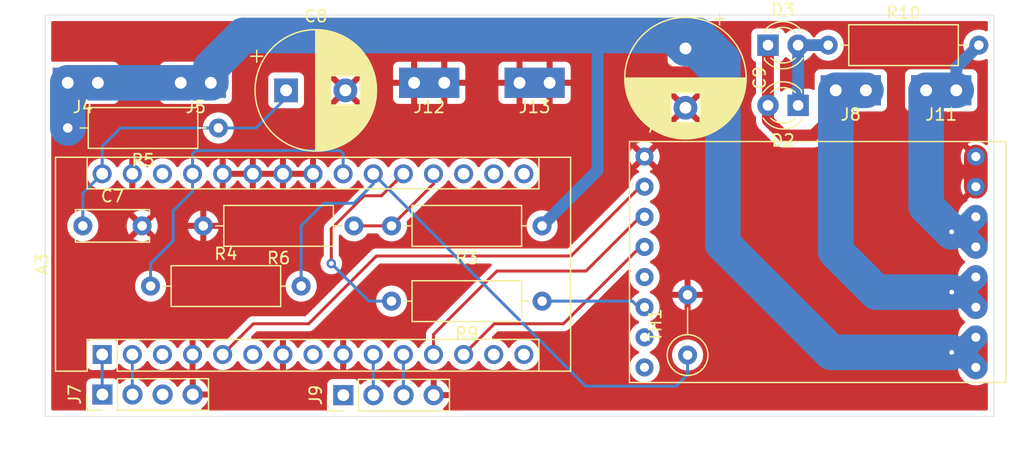
<source format=kicad_pcb>
(kicad_pcb (version 20211014) (generator pcbnew)
  (layers (0 "F.Cu" signal) (31 "B.Cu" signal) (34 "B.Paste" user) (35 "F.Paste" user) (36 "B.SilkS" user "B.Silkscreen") (37 "F.SilkS" user "F.Silkscreen") (38 "B.Mask" user) (39 "F.Mask" user) (44 "Edge.Cuts" user))
  (net 0 "")
  (net 1 "GND")
  (net 2 "Net-(A3-Pad2)")
  (net 3 "Net-(A3-Pad1)")
  (net 4 "+12V")
  (net 5 "Net-(A3-Pad16)")
  (net 6 "Net-(A3-Pad15)")
  (net 7 "Net-(A3-Pad30)")
  (net 8 "Net-(A3-Pad14)")
  (net 9 "~{SLP}")
  (net 10 "Net-(A3-Pad28)")
  (net 11 "PWM")
  (net 12 "Net-(A3-Pad27)")
  (net 13 "Net-(A3-Pad11)")
  (net 14 "Net-(A3-Pad10)")
  (net 15 "Net-(A3-Pad8)")
  (net 16 "Net-(A3-Pad6)")
  (net 17 "Net-(A3-Pad21)")
  (net 18 "DIR")
  (net 19 "Net-(A3-Pad20)")
  (net 20 "Net-(A3-Pad19)")
  (net 21 "Net-(A3-Pad3)")
  (net 22 "Net-(A3-Pad18)")
  (net 23 "Net-(A3-Pad17)")
  (net 24 "/MOTORA")
  (net 25 "/MOTORB")
  (net 26 "Net-(A4-Pad13)")
  (net 27 "Net-(A4-Pad14)")
  (net 28 "Net-(A4-Pad15)")
  (net 29 "Net-(A4-Pad16)")
  (net 30 "Net-(J7-Pad3)")
  (net 31 "Net-(J9-Pad1)")
  (net 32 "Net-(D2-Pad1)")
  (footprint "Module:Arduino_Nano" (layer "F.Cu") (at 108.95 123.88 90)
    (fp_text reference "A3" (at 7.62 -5.08 90) (layer "F.SilkS"))
    (fp_text value "Arduino_Nano")
    (pad "1" thru_hole rect locked (at 0 0 90) (size 1.6 1.6) (drill 1) (layers *.Cu *.Mask) (net 3 "Net-(A3-Pad1)"))
    (pad "2" thru_hole oval locked (at 0 2.54 90) (size 1.6 1.6) (drill 1) (layers *.Cu *.Mask) (net 2 "Net-(A3-Pad2)"))
    (pad "3" thru_hole oval locked (at 0 5.08 90) (size 1.6 1.6) (drill 1) (layers *.Cu *.Mask) (net 21 "Net-(A3-Pad3)"))
    (pad "4" thru_hole oval locked (at 0 7.62 90) (size 1.6 1.6) (drill 1) (layers *.Cu *.Mask) (net 1 "GND"))
    (pad "5" thru_hole oval locked (at 0 10.16 90) (size 1.6 1.6) (drill 1) (layers *.Cu *.Mask) (net 18 "DIR"))
    (pad "6" thru_hole oval locked (at 0 12.7 90) (size 1.6 1.6) (drill 1) (layers *.Cu *.Mask) (net 16 "Net-(A3-Pad6)"))
    (pad "7" thru_hole oval locked (at 0 15.24 90) (size 1.6 1.6) (drill 1) (layers *.Cu *.Mask) (net 1 "GND"))
    (pad "8" thru_hole oval locked (at 0 17.78 90) (size 1.6 1.6) (drill 1) (layers *.Cu *.Mask) (net 15 "Net-(A3-Pad8)"))
    (pad "9" thru_hole oval locked (at 0 20.32 90) (size 1.6 1.6) (drill 1) (layers *.Cu *.Mask) (net 1 "GND"))
    (pad "10" thru_hole oval locked (at 0 22.86 90) (size 1.6 1.6) (drill 1) (layers *.Cu *.Mask) (net 14 "Net-(A3-Pad10)"))
    (pad "11" thru_hole oval locked (at 0 25.4 90) (size 1.6 1.6) (drill 1) (layers *.Cu *.Mask) (net 13 "Net-(A3-Pad11)"))
    (pad "12" thru_hole oval locked (at 0 27.94 90) (size 1.6 1.6) (drill 1) (layers *.Cu *.Mask) (net 11 "PWM"))
    (pad "13" thru_hole oval locked (at 0 30.48 90) (size 1.6 1.6) (drill 1) (layers *.Cu *.Mask) (net 9 "~{SLP}"))
    (pad "14" thru_hole oval locked (at 0 33.02 90) (size 1.6 1.6) (drill 1) (layers *.Cu *.Mask) (net 8 "Net-(A3-Pad14)"))
    (pad "15" thru_hole oval locked (at 0 35.56 90) (size 1.6 1.6) (drill 1) (layers *.Cu *.Mask) (net 6 "Net-(A3-Pad15)"))
    (pad "16" thru_hole oval locked (at 15.24 35.56 90) (size 1.6 1.6) (drill 1) (layers *.Cu *.Mask) (net 5 "Net-(A3-Pad16)"))
    (pad "17" thru_hole oval locked (at 15.24 33.02 90) (size 1.6 1.6) (drill 1) (layers *.Cu *.Mask) (net 23 "Net-(A3-Pad17)"))
    (pad "18" thru_hole oval locked (at 15.24 30.48 90) (size 1.6 1.6) (drill 1) (layers *.Cu *.Mask) (net 22 "Net-(A3-Pad18)"))
    (pad "19" thru_hole oval locked (at 15.24 27.94 90) (size 1.6 1.6) (drill 1) (layers *.Cu *.Mask) (net 20 "Net-(A3-Pad19)"))
    (pad "20" thru_hole oval locked (at 15.24 25.4 90) (size 1.6 1.6) (drill 1) (layers *.Cu *.Mask) (net 19 "Net-(A3-Pad20)"))
    (pad "21" thru_hole oval locked (at 15.24 22.86 90) (size 1.6 1.6) (drill 1) (layers *.Cu *.Mask) (net 17 "Net-(A3-Pad21)"))
    (pad "22" thru_hole oval (at 15.24 20.32 90) (size 1.6 1.6) (drill 1) (layers *.Cu *.Mask) (net 12 "Net-(A3-Pad27)"))
    (pad "23" thru_hole oval locked (at 15.24 17.78 90) (size 1.6 1.6) (drill 1) (layers *.Cu *.Mask) (net 1 "GND"))
    (pad "24" thru_hole oval locked (at 15.24 15.24 90) (size 1.6 1.6) (drill 1) (layers *.Cu *.Mask) (net 1 "GND"))
    (pad "25" thru_hole oval locked (at 15.24 12.7 90) (size 1.6 1.6) (drill 1) (layers *.Cu *.Mask) (net 1 "GND"))
    (pad "26" thru_hole oval locked (at 15.24 10.16 90) (size 1.6 1.6) (drill 1) (layers *.Cu *.Mask) (net 1 "GND"))
    (pad "27" thru_hole oval locked (at 15.24 7.62 90) (size 1.6 1.6) (drill 1) (layers *.Cu *.Mask) (net 12 "Net-(A3-Pad27)"))
    (pad "28" thru_hole oval locked (at 15.24 5.08 90) (size 1.6 1.6) (drill 1) (layers *.Cu *.Mask) (net 10 "Net-(A3-Pad28)"))
    (pad "29" thru_hole oval locked (at 15.24 2.54 90) (size 1.6 1.6) (drill 1) (layers *.Cu *.Mask) (net 1 "GND"))
    (pad "30" thru_hole oval locked (at 15.24 0 90) (size 1.6 1.6) (drill 1) (layers *.Cu *.Mask) (net 7 "Net-(A3-Pad30)"))
  )
  (footprint "pypilot:Pololu#2991" (layer "F.Cu") (at 168.656 116.078)
    (fp_text reference "A4" (at -12.7 -11.43) (layer "F.SilkS"))
    (fp_text value "pololu#2991")
    (pad "1" thru_hole circle locked (at 13.97 8.89) (size 1.524 1.524) (drill 0.762) (layers *.Cu *.Mask) (net 4 "+12V"))
    (pad "2" thru_hole circle locked (at 13.97 6.35) (size 1.524 1.524) (drill 0.762) (layers *.Cu *.Mask) (net 4 "+12V"))
    (pad "3" thru_hole circle locked (at 13.97 3.81) (size 1.524 1.524) (drill 0.762) (layers *.Cu *.Mask) (net 24 "/MOTORA"))
    (pad "4" thru_hole circle locked (at 13.97 1.27) (size 1.524 1.524) (drill 0.762) (layers *.Cu *.Mask) (net 24 "/MOTORA"))
    (pad "5" thru_hole circle locked (at 13.97 -1.27) (size 1.524 1.524) (drill 0.762) (layers *.Cu *.Mask) (net 25 "/MOTORB"))
    (pad "6" thru_hole circle locked (at 13.97 -3.81) (size 1.524 1.524) (drill 0.762) (layers *.Cu *.Mask) (net 25 "/MOTORB"))
    (pad "7" thru_hole circle locked (at 13.97 -6.35) (size 1.524 1.524) (drill 0.762) (layers *.Cu *.Mask) (net 1 "GND"))
    (pad "8" thru_hole circle locked (at 13.97 -8.89) (size 1.524 1.524) (drill 0.762) (layers *.Cu *.Mask) (net 1 "GND"))
    (pad "9" thru_hole circle locked (at -13.97 -8.89) (size 1.524 1.524) (drill 0.762) (layers *.Cu *.Mask) (net 1 "GND"))
    (pad "10" thru_hole circle locked (at -13.97 -6.35) (size 1.524 1.524) (drill 0.762) (layers *.Cu *.Mask) (net 18 "DIR"))
    (pad "11" thru_hole circle locked (at -13.97 -3.81) (size 1.524 1.524) (drill 0.762) (layers *.Cu *.Mask) (net 11 "PWM"))
    (pad "12" thru_hole circle locked (at -13.97 -1.27) (size 1.524 1.524) (drill 0.762) (layers *.Cu *.Mask) (net 9 "~{SLP}"))
    (pad "13" thru_hole circle locked (at -13.97 1.27) (size 1.524 1.524) (drill 0.762) (layers *.Cu *.Mask) (net 26 "Net-(A4-Pad13)"))
    (pad "14" thru_hole circle locked (at -13.97 3.81) (size 1.524 1.524) (drill 0.762) (layers *.Cu *.Mask) (net 27 "Net-(A4-Pad14)"))
    (pad "15" thru_hole circle locked (at -13.97 6.35) (size 1.524 1.524) (drill 0.762) (layers *.Cu *.Mask) (net 28 "Net-(A4-Pad15)"))
    (pad "16" thru_hole circle locked (at -13.97 8.89) (size 1.524 1.524) (drill 0.762) (layers *.Cu *.Mask) (net 29 "Net-(A4-Pad16)"))
  )
  (footprint "Capacitor_THT:C_Disc_D6.0mm_W2.5mm_P5.00mm" (layer "F.Cu") (at 107.315 113.03)
    (fp_text reference "C7" (at 2.5 -2.5) (layer "F.SilkS"))
    (fp_text value "0.1uF")
    (pad "1" thru_hole circle locked (at 0 0) (size 1.6 1.6) (drill 0.8) (layers *.Cu *.Mask) (net 7 "Net-(A3-Pad30)"))
    (pad "2" thru_hole circle locked (at 5 0) (size 1.6 1.6) (drill 0.8) (layers *.Cu *.Mask) (net 1 "GND"))
  )
  (footprint "Capacitor_THT:CP_Radial_D10.0mm_P5.00mm" (layer "F.Cu") (at 158.1404 98.0694 -90)
    (fp_text reference "C9" (at 2.5 -6.25 90) (layer "F.SilkS"))
    (fp_text value "470uF")
    (pad "1" thru_hole rect locked (at 0 0 270) (size 2 2) (drill 1) (layers *.Cu *.Mask) (net 4 "+12V"))
    (pad "2" thru_hole circle locked (at 5 0 270) (size 2 2) (drill 1) (layers *.Cu *.Mask) (net 1 "GND"))
  )
  (footprint "pypilot:tab" (layer "F.Cu") (at 107.315 103.505 180)
    (fp_text reference "J4" (at 0 0.5) (layer "F.SilkS"))
    (fp_text value "12V")
    (pad "1" thru_hole rect locked (at -1.27 2.54 180) (size 2.54 2.54) (drill 1) (layers *.Cu *.Mask) (net 4 "+12V"))
    (pad "1" thru_hole rect locked (at 1.27 2.54 180) (size 2.54 2.54) (drill 1) (layers *.Cu *.Mask) (net 4 "+12V"))
  )
  (footprint "pypilot:tab" (layer "F.Cu") (at 116.84 103.505 180)
    (fp_text reference "J5" (at 0 0.5) (layer "F.SilkS"))
    (fp_text value "12V")
    (pad "1" thru_hole rect locked (at 1.27 2.54 180) (size 2.54 2.54) (drill 1) (layers *.Cu *.Mask) (net 4 "+12V"))
    (pad "1" thru_hole rect locked (at -1.27 2.54 180) (size 2.54 2.54) (drill 1) (layers *.Cu *.Mask) (net 4 "+12V"))
  )
  (footprint "Connector_PinHeader_2.54mm:PinHeader_1x04_P2.54mm_Vertical" (layer "F.Cu") (at 108.966 127.254 90)
    (fp_text reference "J7" (at 0 -2.33 90) (layer "F.SilkS"))
    (fp_text value "1x4")
    (pad "1" thru_hole rect locked (at 0 0 90) (size 1.7 1.7) (drill 1) (layers *.Cu *.Mask) (net 3 "Net-(A3-Pad1)"))
    (pad "2" thru_hole oval locked (at 0 2.54 90) (size 1.7 1.7) (drill 1) (layers *.Cu *.Mask) (net 2 "Net-(A3-Pad2)"))
    (pad "3" thru_hole oval locked (at 0 5.08 90) (size 1.7 1.7) (drill 1) (layers *.Cu *.Mask) (net 30 "Net-(J7-Pad3)"))
    (pad "4" thru_hole oval locked (at 0 7.62 90) (size 1.7 1.7) (drill 1) (layers *.Cu *.Mask) (net 1 "GND"))
  )
  (footprint "pypilot:tab" (layer "F.Cu") (at 172.085 104.14 180)
    (fp_text reference "J8" (at 0 0.5) (layer "F.SilkS"))
    (fp_text value "Motor A")
    (pad "1" thru_hole rect locked (at 1.27 2.54 180) (size 2.54 2.54) (drill 1) (layers *.Cu *.Mask) (net 24 "/MOTORA"))
    (pad "1" thru_hole rect locked (at -1.27 2.54 180) (size 2.54 2.54) (drill 1) (layers *.Cu *.Mask) (net 24 "/MOTORA"))
  )
  (footprint "Connector_PinHeader_2.54mm:PinHeader_1x04_P2.54mm_Vertical" (layer "F.Cu") (at 129.286 127.3048 90)
    (fp_text reference "J9" (at 0 -2.33 90) (layer "F.SilkS"))
    (fp_text value "End Stops")
    (pad "1" thru_hole rect locked (at 0 0 90) (size 1.7 1.7) (drill 1) (layers *.Cu *.Mask) (net 31 "Net-(J9-Pad1)"))
    (pad "2" thru_hole oval locked (at 0 2.54 90) (size 1.7 1.7) (drill 1) (layers *.Cu *.Mask) (net 14 "Net-(A3-Pad10)"))
    (pad "3" thru_hole oval locked (at 0 5.08 90) (size 1.7 1.7) (drill 1) (layers *.Cu *.Mask) (net 13 "Net-(A3-Pad11)"))
    (pad "4" thru_hole oval locked (at 0 7.62 90) (size 1.7 1.7) (drill 1) (layers *.Cu *.Mask) (net 1 "GND"))
  )
  (footprint "pypilot:tab" (layer "F.Cu") (at 179.705 104.14 180)
    (fp_text reference "J11" (at 0 0.5) (layer "F.SilkS"))
    (fp_text value "Motor B")
    (pad "1" thru_hole rect locked (at 1.27 2.54 180) (size 2.54 2.54) (drill 1) (layers *.Cu *.Mask) (net 25 "/MOTORB"))
    (pad "1" thru_hole rect locked (at -1.27 2.54 180) (size 2.54 2.54) (drill 1) (layers *.Cu *.Mask) (net 25 "/MOTORB"))
  )
  (footprint "pypilot:tab" (layer "F.Cu") (at 136.525 103.505 180)
    (fp_text reference "J12" (at 0 0.5) (layer "F.SilkS"))
    (fp_text value "GND")
    (pad "1" thru_hole rect locked (at -1.27 2.54 180) (size 2.54 2.54) (drill 1) (layers *.Cu *.Mask) (net 1 "GND"))
    (pad "1" thru_hole rect locked (at 1.27 2.54 180) (size 2.54 2.54) (drill 1) (layers *.Cu *.Mask) (net 1 "GND"))
  )
  (footprint "pypilot:tab" (layer "F.Cu") (at 145.415 103.505 180)
    (fp_text reference "J13" (at 0 0.5) (layer "F.SilkS"))
    (fp_text value "GND")
    (pad "1" thru_hole rect locked (at -1.27 2.54 180) (size 2.54 2.54) (drill 1) (layers *.Cu *.Mask) (net 1 "GND"))
    (pad "1" thru_hole rect locked (at 1.27 2.54 180) (size 2.54 2.54) (drill 1) (layers *.Cu *.Mask) (net 1 "GND"))
  )
  (footprint "Resistor_THT:R_Axial_DIN0309_L9.0mm_D3.2mm_P12.70mm_Horizontal" (layer "F.Cu") (at 146.05 113.03 180)
    (fp_text reference "R3" (at 6.35 -2.72) (layer "F.SilkS"))
    (fp_text value "10k")
    (pad "1" thru_hole circle locked (at 0 0 180) (size 1.6 1.6) (drill 0.8) (layers *.Cu *.Mask) (net 4 "+12V"))
    (pad "2" thru_hole oval locked (at 12.7 0 180) (size 1.6 1.6) (drill 0.8) (layers *.Cu *.Mask) (net 20 "Net-(A3-Pad19)"))
  )
  (footprint "Resistor_THT:R_Axial_DIN0309_L9.0mm_D3.2mm_P12.70mm_Horizontal" (layer "F.Cu") (at 113.03 118.11)
    (fp_text reference "R4" (at 6.35 -2.72) (layer "F.SilkS"))
    (fp_text value "10k")
    (pad "1" thru_hole circle locked (at 0 0) (size 1.6 1.6) (drill 0.8) (layers *.Cu *.Mask) (net 12 "Net-(A3-Pad27)"))
    (pad "2" thru_hole oval locked (at 12.7 0) (size 1.6 1.6) (drill 0.8) (layers *.Cu *.Mask) (net 17 "Net-(A3-Pad21)"))
  )
  (footprint "Resistor_THT:R_Axial_DIN0309_L9.0mm_D3.2mm_P12.70mm_Horizontal" (layer "F.Cu") (at 118.745 104.775 180)
    (fp_text reference "R5" (at 6.35 -2.72) (layer "F.SilkS"))
    (fp_text value "100")
    (pad "1" thru_hole circle locked (at 0 0 180) (size 1.6 1.6) (drill 0.8) (layers *.Cu *.Mask) (net 7 "Net-(A3-Pad30)"))
    (pad "2" thru_hole oval locked (at 12.7 0 180) (size 1.6 1.6) (drill 0.8) (layers *.Cu *.Mask) (net 4 "+12V"))
  )
  (footprint "Resistor_THT:R_Axial_DIN0309_L9.0mm_D3.2mm_P12.70mm_Horizontal" (layer "F.Cu") (at 130.175 113.03 180)
    (fp_text reference "R6" (at 6.35 -2.72) (layer "F.SilkS"))
    (fp_text value "560")
    (pad "1" thru_hole circle locked (at 0 0 180) (size 1.6 1.6) (drill 0.8) (layers *.Cu *.Mask) (net 20 "Net-(A3-Pad19)"))
    (pad "2" thru_hole oval locked (at 12.7 0 180) (size 1.6 1.6) (drill 0.8) (layers *.Cu *.Mask) (net 1 "GND"))
  )
  (footprint "Resistor_THT:R_Axial_DIN0309_L9.0mm_D3.2mm_P12.70mm_Horizontal" (layer "F.Cu") (at 146.05 119.38 180)
    (fp_text reference "R9" (at 6.35 -2.72) (layer "F.SilkS"))
    (fp_text value "560")
    (pad "1" thru_hole circle locked (at 0 0 180) (size 1.6 1.6) (drill 0.8) (layers *.Cu *.Mask) (net 27 "Net-(A4-Pad14)"))
    (pad "2" thru_hole oval locked (at 12.7 0 180) (size 1.6 1.6) (drill 0.8) (layers *.Cu *.Mask) (net 19 "Net-(A3-Pad20)"))
  )
  (footprint "Resistor_THT:R_Axial_DIN0309_L9.0mm_D3.2mm_P5.08mm_Vertical" (layer "F.Cu") (at 158.3182 123.9266 90)
    (fp_text reference "TH1" (at 2.54 -2.72 90) (layer "F.SilkS"))
    (fp_text value "10k")
    (pad "1" thru_hole circle locked (at 0 0 90) (size 1.6 1.6) (drill 0.8) (layers *.Cu *.Mask) (net 17 "Net-(A3-Pad21)"))
    (pad "2" thru_hole oval locked (at 5.08 0 90) (size 1.6 1.6) (drill 0.8) (layers *.Cu *.Mask) (net 1 "GND"))
  )
  (footprint "Capacitor_THT:CP_Radial_D10.0mm_P5.00mm" (layer "F.Cu") (at 124.46 101.6)
    (fp_text reference "C8" (at 2.5 -6.25) (layer "F.SilkS"))
    (fp_text value "10uF")
    (pad "1" thru_hole rect locked (at 0 0) (size 2 2) (drill 1) (layers *.Cu *.Mask) (net 7 "Net-(A3-Pad30)"))
    (pad "2" thru_hole circle locked (at 5 0) (size 2 2) (drill 1) (layers *.Cu *.Mask) (net 1 "GND"))
  )
  (footprint "LED_THT:LED_D3.0mm" (layer "F.Cu") (at 167.64 102.87 180)
    (fp_text reference "D2" (at 1.27 -2.96) (layer "F.SilkS"))
    (fp_text value "green")
    (pad "1" thru_hole rect locked (at 0 0 180) (size 1.8 1.8) (drill 0.9) (layers *.Cu *.Mask) (net 32 "Net-(D2-Pad1)"))
    (pad "2" thru_hole circle locked (at 2.54 0 180) (size 1.8 1.8) (drill 0.9) (layers *.Cu *.Mask) (net 24 "/MOTORA"))
  )
  (footprint "Resistor_THT:R_Axial_DIN0309_L9.0mm_D3.2mm_P12.70mm_Horizontal" (layer "F.Cu") (at 170.18 97.79)
    (fp_text reference "R10" (at 6.35 -2.72) (layer "F.SilkS"))
    (fp_text value "560" hide)
    (pad "1" thru_hole circle locked (at 0 0) (size 1.6 1.6) (drill 0.8) (layers *.Cu *.Mask) (net 32 "Net-(D2-Pad1)"))
    (pad "2" thru_hole oval locked (at 12.7 0) (size 1.6 1.6) (drill 0.8) (layers *.Cu *.Mask) (net 25 "/MOTORB"))
  )
  (footprint "LED_THT:LED_D3.0mm" (layer "F.Cu") (at 165.1 97.79)
    (fp_text reference "D3" (at 1.27 -2.96) (layer "F.SilkS"))
    (fp_text value "red")
    (pad "1" thru_hole rect locked (at 0 0) (size 1.8 1.8) (drill 0.9) (layers *.Cu *.Mask) (net 24 "/MOTORA"))
    (pad "2" thru_hole circle locked (at 2.54 0) (size 1.8 1.8) (drill 0.9) (layers *.Cu *.Mask) (net 32 "Net-(D2-Pad1)"))
  )
  (gr_line (start 184.15 95.25) (end 104.14 95.25) (layer "Edge.Cuts") (width 0.05))
  (gr_line (start 104.14 95.25) (end 104.14 129.1082) (layer "Edge.Cuts") (width 0.05))
  (gr_line (start 184.15 129.1082) (end 184.15 95.25) (layer "Edge.Cuts") (width 0.05))
  (gr_line (start 104.14 129.1082) (end 184.15 129.1082) (layer "Edge.Cuts") (width 0.05))
  (segment (start 182.626 107.188) (end 182.626 109.728) (width 2) (layer "F.Cu") (net 1))
  (segment (start 111.49 127.365) (end 111.76 127.635) (width 0.25) (layer "B.Cu") (net 2))
  (segment (start 111.49 123.88) (end 111.49 127.365) (width 0.25) (layer "B.Cu") (net 2))
  (segment (start 108.95 123.88) (end 108.95 127.365) (width 0.25) (layer "B.Cu") (net 3))
  (segment (start 108.95 127.365) (end 109.22 127.635) (width 0.25) (layer "B.Cu") (net 3))
  (segment (start 182.626 122.428) (end 182.626 124.968) (width 2) (layer "F.Cu") (net 4))
  (via (at 180.594 123.698) (size 0.8) (drill 0.4) (layers "F.Cu" "B.Cu") (net 4))
  (segment (start 108.585 100.965) (end 115.57 100.965) (width 2.999999) (layer "B.Cu") (net 4))
  (segment (start 150.7236 108.3564) (end 150.7236 97.9678) (width 1) (layer "B.Cu") (net 4))
  (segment (start 159.205009 96.975009) (end 157.046009 96.975009) (width 3) (layer "B.Cu") (net 4))
  (segment (start 118.11 100.965) (end 118.11 99.695) (width 2.999999) (layer "B.Cu") (net 4))
  (segment (start 146.05 113.03) (end 150.7236 108.3564) (width 1) (layer "B.Cu") (net 4))
  (segment (start 115.57 100.965) (end 118.11 100.965) (width 2.999999) (layer "B.Cu") (net 4))
  (segment (start 159.205009 98.283011) (end 161.29 100.368002) (width 3) (layer "B.Cu") (net 4))
  (segment (start 161.29 114.554) (end 170.434 123.698) (width 3) (layer "B.Cu") (net 4))
  (segment (start 118.11 99.695) (end 120.829991 96.975009) (width 2.999999) (layer "B.Cu") (net 4))
  (segment (start 180.594 123.698) (end 170.434 123.698) (width 3) (layer "B.Cu") (net 4))
  (segment (start 157.046009 96.975009) (end 158.1404 98.0694) (width 3) (layer "B.Cu") (net 4))
  (segment (start 161.29 100.368002) (end 161.29 99.06) (width 3) (layer "B.Cu") (net 4))
  (segment (start 161.29 100.368002) (end 161.29 114.554) (width 3) (layer "B.Cu") (net 4))
  (segment (start 180.594 123.698) (end 181.356 123.698) (width 2) (layer "B.Cu") (net 4))
  (segment (start 181.356 123.698) (end 182.626 124.968) (width 2) (layer "B.Cu") (net 4))
  (segment (start 106.045 100.965) (end 108.585 100.965) (width 2.999999) (layer "B.Cu") (net 4))
  (segment (start 157.046009 96.975009) (end 120.829991 96.975009) (width 3) (layer "B.Cu") (net 4))
  (segment (start 106.045 100.965) (end 106.045 104.775) (width 2.999999) (layer "B.Cu") (net 4))
  (segment (start 161.29 99.06) (end 159.205009 96.975009) (width 3) (layer "B.Cu") (net 4))
  (segment (start 181.356 123.698) (end 182.626 122.428) (width 2) (layer "B.Cu") (net 4))
  (segment (start 107.735 112.61) (end 107.315 113.03) (width 0.25) (layer "F.Cu") (net 7))
  (segment (start 121.92 104.775) (end 118.745 104.775) (width 0.25) (layer "B.Cu") (net 7))
  (segment (start 118.745 104.775) (end 110.49 104.775) (width 0.25) (layer "B.Cu") (net 7))
  (segment (start 108.95 108.64) (end 107.315 110.275) (width 0.25) (layer "B.Cu") (net 7))
  (segment (start 124.46 101.6) (end 124.46 102.235) (width 0.25) (layer "B.Cu") (net 7))
  (segment (start 108.95 106.315) (end 108.95 108.64) (width 0.25) (layer "B.Cu") (net 7))
  (segment (start 110.49 104.775) (end 108.95 106.315) (width 0.25) (layer "B.Cu") (net 7))
  (segment (start 124.46 102.235) (end 121.92 104.775) (width 0.25) (layer "B.Cu") (net 7))
  (segment (start 107.315 110.275) (end 107.315 113.03) (width 0.25) (layer "B.Cu") (net 7))
  (segment (start 154.2542 114.8842) (end 147.8534 121.285) (width 0.25) (layer "F.Cu") (net 9))
  (segment (start 139.43 123.88) (end 142.025 121.285) (width 0.25) (layer "F.Cu") (net 9))
  (segment (start 142.025 121.285) (end 147.828 121.285) (width 0.25) (layer "F.Cu") (net 9))
  (segment (start 147.8534 121.285) (end 147.828 121.285) (width 0.25) (layer "F.Cu") (net 9))
  (segment (start 136.89 123.88) (end 136.89 122.19) (width 0.25) (layer "F.Cu") (net 11))
  (segment (start 136.89 122.19) (end 142.24 116.84) (width 0.25) (layer "F.Cu") (net 11))
  (segment (start 142.24 116.84) (end 149.2504 116.84) (width 0.25) (layer "F.Cu") (net 11))
  (segment (start 154.2542 112.3442) (end 149.7584 116.84) (width 0.25) (layer "F.Cu") (net 11))
  (segment (start 149.7584 116.84) (end 149.2504 116.84) (width 0.25) (layer "F.Cu") (net 11))
  (segment (start 129.27 106.95) (end 129 106.68) (width 0.25) (layer "B.Cu") (net 12))
  (segment (start 116.57 108.64) (end 116.57 110.125) (width 0.25) (layer "B.Cu") (net 12))
  (segment (start 116.84 106.68) (end 116.57 106.95) (width 0.25) (layer "B.Cu") (net 12))
  (segment (start 113.03 116.205) (end 113.03 118.11) (width 0.25) (layer "B.Cu") (net 12))
  (segment (start 116.57 106.95) (end 116.57 108.64) (width 0.25) (layer "B.Cu") (net 12))
  (segment (start 129 106.68) (end 116.84 106.68) (width 0.25) (layer "B.Cu") (net 12))
  (segment (start 116.57 110.125) (end 114.935 111.76) (width 0.25) (layer "B.Cu") (net 12))
  (segment (start 114.935 111.76) (end 114.935 114.3) (width 0.25) (layer "B.Cu") (net 12))
  (segment (start 114.935 114.3) (end 113.03 116.205) (width 0.25) (layer "B.Cu") (net 12))
  (segment (start 129.27 108.64) (end 129.27 106.95) (width 0.25) (layer "B.Cu") (net 12))
  (segment (start 134.35 127.365) (end 134.62 127.635) (width 0.25) (layer "B.Cu") (net 13))
  (segment (start 134.35 123.88) (end 134.35 127.365) (width 0.25) (layer "B.Cu") (net 13))
  (segment (start 131.81 127.365) (end 132.08 127.635) (width 0.25) (layer "B.Cu") (net 14))
  (segment (start 131.81 123.88) (end 131.81 127.365) (width 0.25) (layer "B.Cu") (net 14))
  (segment (start 131.81 109.49) (end 131.81 108.64) (width 0.25) (layer "B.Cu") (net 17))
  (segment (start 125.73 118.11) (end 125.73 113.03) (width 0.25) (layer "B.Cu") (net 17))
  (segment (start 158.3182 125.5776) (end 158.3182 123.9266) (width 0.25) (layer "B.Cu") (net 17))
  (segment (start 125.73 113.03) (end 127.635 111.125) (width 0.25) (layer "B.Cu") (net 17))
  (segment (start 149.717999 126.547999) (end 157.347801 126.547999) (width 0.25) (layer "B.Cu") (net 17))
  (segment (start 127.635 111.125) (end 130.175 111.125) (width 0.25) (layer "B.Cu") (net 17))
  (segment (start 131.81 108.64) (end 149.717999 126.547999) (width 0.25) (layer "B.Cu") (net 17))
  (segment (start 130.175 111.125) (end 131.81 109.49) (width 0.25) (layer "B.Cu") (net 17))
  (segment (start 157.347801 126.547999) (end 158.3182 125.5776) (width 0.25) (layer "B.Cu") (net 17))
  (segment (start 132.08 115.57) (end 148.1836 115.57) (width 0.25) (layer "F.Cu") (net 18))
  (segment (start 148.4884 115.57) (end 148.1836 115.57) (width 0.25) (layer "F.Cu") (net 18))
  (segment (start 154.2542 109.8042) (end 148.4884 115.57) (width 0.25) (layer "F.Cu") (net 18))
  (segment (start 121.705 121.285) (end 126.365 121.285) (width 0.25) (layer "F.Cu") (net 18))
  (segment (start 126.365 121.285) (end 132.08 115.57) (width 0.25) (layer "F.Cu") (net 18))
  (segment (start 119.11 123.88) (end 121.705 121.285) (width 0.25) (layer "F.Cu") (net 18))
  (segment (start 132.5 110.49) (end 134.35 108.64) (width 0.25) (layer "F.Cu") (net 19))
  (segment (start 131.049998 110.49) (end 132.5 110.49) (width 0.25) (layer "F.Cu") (net 19))
  (segment (start 128.27 116.205) (end 128.27 113.269998) (width 0.25) (layer "F.Cu") (net 19))
  (segment (start 128.27 113.269998) (end 131.049998 110.49) (width 0.25) (layer "F.Cu") (net 19))
  (segment (start 133.35 109.64) (end 134.35 108.64) (width 0.25) (layer "F.Cu") (net 19))
  (via (at 128.27 116.205) (size 0.8) (drill 0.4) (layers "F.Cu" "B.Cu") (net 19))
  (segment (start 133.35 119.38) (end 131.445 119.38) (width 0.25) (layer "B.Cu") (net 19))
  (segment (start 131.445 119.38) (end 128.27 116.205) (width 0.25) (layer "B.Cu") (net 19))
  (segment (start 130.175 113.03) (end 133.35 113.03) (width 0.25) (layer "F.Cu") (net 20))
  (segment (start 136.89 109.49) (end 136.89 108.64) (width 0.25) (layer "F.Cu") (net 20))
  (segment (start 133.35 113.03) (end 136.89 109.49) (width 0.25) (layer "F.Cu") (net 20))
  (segment (start 166.367208 105.41) (end 168.91 105.41) (width 1) (layer "F.Cu") (net 24))
  (segment (start 165.1 97.79) (end 165.1 102.87) (width 1) (layer "F.Cu") (net 24))
  (segment (start 168.91 105.41) (end 170.815 103.505) (width 1) (layer "F.Cu") (net 24))
  (segment (start 182.626 117.348) (end 182.626 119.888) (width 2) (layer "F.Cu") (net 24))
  (segment (start 165.1 104.142792) (end 166.367208 105.41) (width 1) (layer "F.Cu") (net 24))
  (segment (start 170.815 103.505) (end 170.815 101.6) (width 1) (layer "F.Cu") (net 24))
  (segment (start 165.1 102.87) (end 165.1 104.142792) (width 1) (layer "F.Cu") (net 24))
  (via (at 180.594 118.618) (size 0.8) (drill 0.4) (layers "F.Cu" "B.Cu") (net 24))
  (segment (start 170.815 101.6) (end 170.815 115.189) (width 2.999999) (layer "B.Cu") (net 24))
  (segment (start 170.815 101.6) (end 173.355 101.6) (width 2.999999) (layer "B.Cu") (net 24))
  (segment (start 180.594 118.618) (end 181.356 118.618) (width 2) (layer "B.Cu") (net 24))
  (segment (start 181.356 118.618) (end 182.626 117.348) (width 2) (layer "B.Cu") (net 24))
  (segment (start 174.244 118.618) (end 170.815 115.189) (width 3) (layer "B.Cu") (net 24))
  (segment (start 180.594 118.618) (end 174.244 118.618) (width 3) (layer "B.Cu") (net 24))
  (segment (start 181.356 118.618) (end 182.626 119.888) (width 2) (layer "B.Cu") (net 24))
  (segment (start 182.626 112.268) (end 182.626 114.808) (width 2) (layer "F.Cu") (net 25))
  (via (at 180.594 113.538) (size 0.8) (drill 0.4) (layers "F.Cu" "B.Cu") (net 25))
  (segment (start 180.594 113.538) (end 181.356 113.538) (width 2) (layer "B.Cu") (net 25))
  (segment (start 180.975 99.695) (end 182.88 97.79) (width 1) (layer "B.Cu") (net 25))
  (segment (start 180.594 113.538) (end 178.435 111.379) (width 3) (layer "B.Cu") (net 25))
  (segment (start 181.356 113.538) (end 182.626 112.268) (width 2) (layer "B.Cu") (net 25))
  (segment (start 178.435 101.6) (end 180.975 101.6) (width 2.999999) (layer "B.Cu") (net 25))
  (segment (start 180.975 101.6) (end 180.975 99.695) (width 1) (layer "B.Cu") (net 25))
  (segment (start 181.356 113.538) (end 182.626 114.808) (width 2) (layer "B.Cu") (net 25))
  (segment (start 178.435 111.379) (end 178.435 101.6) (width 3) (layer "B.Cu") (net 25))
  (segment (start 153.67 119.38) (end 154.2542 119.9642) (width 0.25) (layer "B.Cu") (net 27))
  (segment (start 146.05 119.38) (end 153.67 119.38) (width 0.25) (layer "B.Cu") (net 27))
  (segment (start 170.18 97.79) (end 167.64 97.79) (width 1) (layer "B.Cu") (net 32))
  (segment (start 167.64 97.79) (end 167.64 102.87) (width 1) (layer "B.Cu") (net 32))
  (zone (net 1) (net_name "GND") (layer "F.Cu") (connect_pads (clearance 0.508)) (min_thickness 0.254) (fill yes (thermal_gap 0.508) (thermal_bridge_width 0.508))
    (polygon (pts (xy 186.69 132.715) (xy 100.33 132.715) (xy 100.33 94.615) (xy 186.69 94.615)))
  )
)
</source>
